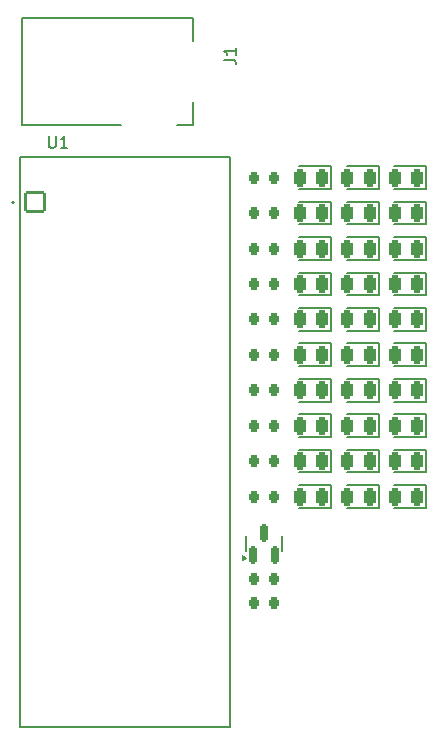
<source format=gbr>
%TF.GenerationSoftware,KiCad,Pcbnew,9.0.2*%
%TF.CreationDate,2025-06-26T16:26:35-07:00*%
%TF.ProjectId,basic-test,62617369-632d-4746-9573-742e6b696361,rev?*%
%TF.SameCoordinates,Original*%
%TF.FileFunction,Legend,Top*%
%TF.FilePolarity,Positive*%
%FSLAX46Y46*%
G04 Gerber Fmt 4.6, Leading zero omitted, Abs format (unit mm)*
G04 Created by KiCad (PCBNEW 9.0.2) date 2025-06-26 16:26:35*
%MOMM*%
%LPD*%
G01*
G04 APERTURE LIST*
G04 Aperture macros list*
%AMRoundRect*
0 Rectangle with rounded corners*
0 $1 Rounding radius*
0 $2 $3 $4 $5 $6 $7 $8 $9 X,Y pos of 4 corners*
0 Add a 4 corners polygon primitive as box body*
4,1,4,$2,$3,$4,$5,$6,$7,$8,$9,$2,$3,0*
0 Add four circle primitives for the rounded corners*
1,1,$1+$1,$2,$3*
1,1,$1+$1,$4,$5*
1,1,$1+$1,$6,$7*
1,1,$1+$1,$8,$9*
0 Add four rect primitives between the rounded corners*
20,1,$1+$1,$2,$3,$4,$5,0*
20,1,$1+$1,$4,$5,$6,$7,0*
20,1,$1+$1,$6,$7,$8,$9,0*
20,1,$1+$1,$8,$9,$2,$3,0*%
G04 Aperture macros list end*
%ADD10C,0.150000*%
%ADD11C,0.120000*%
%ADD12C,0.127000*%
%ADD13C,0.200000*%
%ADD14RoundRect,0.261500X0.261500X0.476500X-0.261500X0.476500X-0.261500X-0.476500X0.261500X-0.476500X0*%
%ADD15RoundRect,0.219000X-0.219000X-0.294000X0.219000X-0.294000X0.219000X0.294000X-0.219000X0.294000X0*%
%ADD16RoundRect,0.150000X0.150000X-0.590000X0.150000X0.590000X-0.150000X0.590000X-0.150000X-0.590000X0*%
%ADD17C,1.200000*%
%ADD18RoundRect,0.102000X-0.787400X-0.787400X0.787400X-0.787400X0.787400X0.787400X-0.787400X0.787400X0*%
%ADD19C,1.778800*%
%ADD20O,2.484000X4.764000*%
%ADD21O,4.254000X2.229000*%
%ADD22O,2.229000X4.254000*%
G04 APERTURE END LIST*
D10*
X113773095Y-76474819D02*
X113773095Y-77284342D01*
X113773095Y-77284342D02*
X113820714Y-77379580D01*
X113820714Y-77379580D02*
X113868333Y-77427200D01*
X113868333Y-77427200D02*
X113963571Y-77474819D01*
X113963571Y-77474819D02*
X114154047Y-77474819D01*
X114154047Y-77474819D02*
X114249285Y-77427200D01*
X114249285Y-77427200D02*
X114296904Y-77379580D01*
X114296904Y-77379580D02*
X114344523Y-77284342D01*
X114344523Y-77284342D02*
X114344523Y-76474819D01*
X115344523Y-77474819D02*
X114773095Y-77474819D01*
X115058809Y-77474819D02*
X115058809Y-76474819D01*
X115058809Y-76474819D02*
X114963571Y-76617676D01*
X114963571Y-76617676D02*
X114868333Y-76712914D01*
X114868333Y-76712914D02*
X114773095Y-76760533D01*
X128589819Y-70008333D02*
X129304104Y-70008333D01*
X129304104Y-70008333D02*
X129446961Y-70055952D01*
X129446961Y-70055952D02*
X129542200Y-70151190D01*
X129542200Y-70151190D02*
X129589819Y-70294047D01*
X129589819Y-70294047D02*
X129589819Y-70389285D01*
X129589819Y-69008333D02*
X129589819Y-69579761D01*
X129589819Y-69294047D02*
X128589819Y-69294047D01*
X128589819Y-69294047D02*
X128732676Y-69389285D01*
X128732676Y-69389285D02*
X128827914Y-69484523D01*
X128827914Y-69484523D02*
X128875533Y-69579761D01*
%TO.C,D2*%
X139000000Y-80960000D02*
X141690000Y-80960000D01*
X141690000Y-79040000D02*
X139000000Y-79040000D01*
X141690000Y-80960000D02*
X141690000Y-79040000D01*
%TO.C,Q1*%
X130440000Y-111000000D02*
X130440000Y-111650000D01*
X130440000Y-111000000D02*
X130440000Y-110350000D01*
X133560000Y-111000000D02*
X133560000Y-111650000D01*
X133560000Y-111000000D02*
X133560000Y-110350000D01*
D11*
X130490000Y-112162500D02*
X130160000Y-112402500D01*
X130160000Y-111922500D01*
X130490000Y-112162500D01*
G36*
X130490000Y-112162500D02*
G01*
X130160000Y-112402500D01*
X130160000Y-111922500D01*
X130490000Y-112162500D01*
G37*
D10*
%TO.C,D30*%
X145690000Y-107960000D02*
X145690000Y-106040000D01*
X145690000Y-106040000D02*
X143000000Y-106040000D01*
X143000000Y-107960000D02*
X145690000Y-107960000D01*
%TO.C,D29*%
X141690000Y-107960000D02*
X141690000Y-106040000D01*
X141690000Y-106040000D02*
X139000000Y-106040000D01*
X139000000Y-107960000D02*
X141690000Y-107960000D01*
%TO.C,D28*%
X137690000Y-107960000D02*
X137690000Y-106040000D01*
X137690000Y-106040000D02*
X135000000Y-106040000D01*
X135000000Y-107960000D02*
X137690000Y-107960000D01*
%TO.C,D27*%
X145690000Y-104960000D02*
X145690000Y-103040000D01*
X145690000Y-103040000D02*
X143000000Y-103040000D01*
X143000000Y-104960000D02*
X145690000Y-104960000D01*
%TO.C,D26*%
X141690000Y-104960000D02*
X141690000Y-103040000D01*
X141690000Y-103040000D02*
X139000000Y-103040000D01*
X139000000Y-104960000D02*
X141690000Y-104960000D01*
%TO.C,D25*%
X137690000Y-104960000D02*
X137690000Y-103040000D01*
X137690000Y-103040000D02*
X135000000Y-103040000D01*
X135000000Y-104960000D02*
X137690000Y-104960000D01*
%TO.C,D24*%
X145690000Y-101960000D02*
X145690000Y-100040000D01*
X145690000Y-100040000D02*
X143000000Y-100040000D01*
X143000000Y-101960000D02*
X145690000Y-101960000D01*
%TO.C,D23*%
X141690000Y-101960000D02*
X141690000Y-100040000D01*
X141690000Y-100040000D02*
X139000000Y-100040000D01*
X139000000Y-101960000D02*
X141690000Y-101960000D01*
%TO.C,D22*%
X137690000Y-101960000D02*
X137690000Y-100040000D01*
X137690000Y-100040000D02*
X135000000Y-100040000D01*
X135000000Y-101960000D02*
X137690000Y-101960000D01*
%TO.C,D21*%
X145690000Y-98960000D02*
X145690000Y-97040000D01*
X145690000Y-97040000D02*
X143000000Y-97040000D01*
X143000000Y-98960000D02*
X145690000Y-98960000D01*
%TO.C,D20*%
X141690000Y-98960000D02*
X141690000Y-97040000D01*
X141690000Y-97040000D02*
X139000000Y-97040000D01*
X139000000Y-98960000D02*
X141690000Y-98960000D01*
%TO.C,D19*%
X137690000Y-98960000D02*
X137690000Y-97040000D01*
X137690000Y-97040000D02*
X135000000Y-97040000D01*
X135000000Y-98960000D02*
X137690000Y-98960000D01*
%TO.C,D18*%
X145690000Y-95960000D02*
X145690000Y-94040000D01*
X145690000Y-94040000D02*
X143000000Y-94040000D01*
X143000000Y-95960000D02*
X145690000Y-95960000D01*
%TO.C,D17*%
X141690000Y-95960000D02*
X141690000Y-94040000D01*
X141690000Y-94040000D02*
X139000000Y-94040000D01*
X139000000Y-95960000D02*
X141690000Y-95960000D01*
%TO.C,D16*%
X137690000Y-95960000D02*
X137690000Y-94040000D01*
X137690000Y-94040000D02*
X135000000Y-94040000D01*
X135000000Y-95960000D02*
X137690000Y-95960000D01*
%TO.C,D15*%
X145690000Y-92960000D02*
X145690000Y-91040000D01*
X145690000Y-91040000D02*
X143000000Y-91040000D01*
X143000000Y-92960000D02*
X145690000Y-92960000D01*
%TO.C,D14*%
X141690000Y-92960000D02*
X141690000Y-91040000D01*
X141690000Y-91040000D02*
X139000000Y-91040000D01*
X139000000Y-92960000D02*
X141690000Y-92960000D01*
%TO.C,D13*%
X137690000Y-92960000D02*
X137690000Y-91040000D01*
X137690000Y-91040000D02*
X135000000Y-91040000D01*
X135000000Y-92960000D02*
X137690000Y-92960000D01*
%TO.C,D12*%
X145690000Y-89960000D02*
X145690000Y-88040000D01*
X145690000Y-88040000D02*
X143000000Y-88040000D01*
X143000000Y-89960000D02*
X145690000Y-89960000D01*
%TO.C,D11*%
X141690000Y-89960000D02*
X141690000Y-88040000D01*
X141690000Y-88040000D02*
X139000000Y-88040000D01*
X139000000Y-89960000D02*
X141690000Y-89960000D01*
%TO.C,D10*%
X137690000Y-89960000D02*
X137690000Y-88040000D01*
X137690000Y-88040000D02*
X135000000Y-88040000D01*
X135000000Y-89960000D02*
X137690000Y-89960000D01*
%TO.C,D9*%
X145690000Y-86960000D02*
X145690000Y-85040000D01*
X145690000Y-85040000D02*
X143000000Y-85040000D01*
X143000000Y-86960000D02*
X145690000Y-86960000D01*
%TO.C,D8*%
X141690000Y-86960000D02*
X141690000Y-85040000D01*
X141690000Y-85040000D02*
X139000000Y-85040000D01*
X139000000Y-86960000D02*
X141690000Y-86960000D01*
%TO.C,D7*%
X137690000Y-86960000D02*
X137690000Y-85040000D01*
X137690000Y-85040000D02*
X135000000Y-85040000D01*
X135000000Y-86960000D02*
X137690000Y-86960000D01*
%TO.C,D6*%
X145690000Y-83960000D02*
X145690000Y-82040000D01*
X145690000Y-82040000D02*
X143000000Y-82040000D01*
X143000000Y-83960000D02*
X145690000Y-83960000D01*
%TO.C,D5*%
X141690000Y-83960000D02*
X141690000Y-82040000D01*
X141690000Y-82040000D02*
X139000000Y-82040000D01*
X139000000Y-83960000D02*
X141690000Y-83960000D01*
%TO.C,D4*%
X137690000Y-83960000D02*
X137690000Y-82040000D01*
X137690000Y-82040000D02*
X135000000Y-82040000D01*
X135000000Y-83960000D02*
X137690000Y-83960000D01*
%TO.C,D3*%
X145690000Y-80960000D02*
X145690000Y-79040000D01*
X145690000Y-79040000D02*
X143000000Y-79040000D01*
X143000000Y-80960000D02*
X145690000Y-80960000D01*
D12*
%TO.C,U1*%
X111360000Y-78290000D02*
X129140000Y-78290000D01*
X111360000Y-126550000D02*
X111360000Y-78290000D01*
X111360000Y-126550000D02*
X129140000Y-126550000D01*
X129140000Y-126550000D02*
X129140000Y-78290000D01*
D13*
X110825000Y-82100000D02*
G75*
G02*
X110625000Y-82100000I-100000J0D01*
G01*
X110625000Y-82100000D02*
G75*
G02*
X110825000Y-82100000I100000J0D01*
G01*
D12*
%TO.C,J1*%
X126010000Y-66500000D02*
X111510000Y-66500000D01*
X111510000Y-66500000D02*
X111510000Y-75500000D01*
X126010000Y-68400000D02*
X126010000Y-66500000D01*
X126010000Y-75500000D02*
X126010000Y-73600000D01*
X124595000Y-75500000D02*
X126010000Y-75500000D01*
X111510000Y-75500000D02*
X119905000Y-75500000D01*
D10*
%TO.C,D1*%
X137690000Y-80960000D02*
X137690000Y-79040000D01*
X137690000Y-79040000D02*
X135000000Y-79040000D01*
X135000000Y-80960000D02*
X137690000Y-80960000D01*
%TD*%
%LPC*%
D14*
%TO.C,D2*%
X139060000Y-80000000D03*
X140940000Y-80000000D03*
%TD*%
D15*
%TO.C,R12*%
X131180000Y-116000000D03*
X132820000Y-116000000D03*
%TD*%
%TO.C,R11*%
X132820000Y-114000000D03*
X131180000Y-114000000D03*
%TD*%
%TO.C,R10*%
X131180000Y-107000000D03*
X132820000Y-107000000D03*
%TD*%
%TO.C,R9*%
X131180000Y-104000000D03*
X132820000Y-104000000D03*
%TD*%
%TO.C,R8*%
X131180000Y-101000000D03*
X132820000Y-101000000D03*
%TD*%
%TO.C,R7*%
X131180000Y-98000000D03*
X132820000Y-98000000D03*
%TD*%
%TO.C,R6*%
X131180000Y-95000000D03*
X132820000Y-95000000D03*
%TD*%
%TO.C,R5*%
X131180000Y-92000000D03*
X132820000Y-92000000D03*
%TD*%
%TO.C,R4*%
X131180000Y-89000000D03*
X132820000Y-89000000D03*
%TD*%
%TO.C,R3*%
X131180000Y-86000000D03*
X132820000Y-86000000D03*
%TD*%
%TO.C,R2*%
X131180000Y-83000000D03*
X132820000Y-83000000D03*
%TD*%
%TO.C,R1*%
X131180000Y-80000000D03*
X132820000Y-80000000D03*
%TD*%
D16*
%TO.C,Q1*%
X131050000Y-111940000D03*
X132950000Y-111940000D03*
X132000000Y-110060000D03*
%TD*%
D14*
%TO.C,D30*%
X144940000Y-107000000D03*
X143060000Y-107000000D03*
%TD*%
%TO.C,D29*%
X140940000Y-107000000D03*
X139060000Y-107000000D03*
%TD*%
%TO.C,D28*%
X136940000Y-107000000D03*
X135060000Y-107000000D03*
%TD*%
%TO.C,D27*%
X144940000Y-104000000D03*
X143060000Y-104000000D03*
%TD*%
%TO.C,D26*%
X140940000Y-104000000D03*
X139060000Y-104000000D03*
%TD*%
%TO.C,D25*%
X136940000Y-104000000D03*
X135060000Y-104000000D03*
%TD*%
%TO.C,D24*%
X144940000Y-101000000D03*
X143060000Y-101000000D03*
%TD*%
%TO.C,D23*%
X140940000Y-101000000D03*
X139060000Y-101000000D03*
%TD*%
%TO.C,D22*%
X136940000Y-101000000D03*
X135060000Y-101000000D03*
%TD*%
%TO.C,D21*%
X144940000Y-98000000D03*
X143060000Y-98000000D03*
%TD*%
%TO.C,D20*%
X140940000Y-98000000D03*
X139060000Y-98000000D03*
%TD*%
%TO.C,D19*%
X136940000Y-98000000D03*
X135060000Y-98000000D03*
%TD*%
%TO.C,D18*%
X144940000Y-95000000D03*
X143060000Y-95000000D03*
%TD*%
%TO.C,D17*%
X140940000Y-95000000D03*
X139060000Y-95000000D03*
%TD*%
%TO.C,D16*%
X136940000Y-95000000D03*
X135060000Y-95000000D03*
%TD*%
%TO.C,D15*%
X144940000Y-92000000D03*
X143060000Y-92000000D03*
%TD*%
%TO.C,D14*%
X140940000Y-92000000D03*
X139060000Y-92000000D03*
%TD*%
%TO.C,D13*%
X136940000Y-92000000D03*
X135060000Y-92000000D03*
%TD*%
%TO.C,D12*%
X144940000Y-89000000D03*
X143060000Y-89000000D03*
%TD*%
%TO.C,D11*%
X140940000Y-89000000D03*
X139060000Y-89000000D03*
%TD*%
%TO.C,D10*%
X136940000Y-89000000D03*
X135060000Y-89000000D03*
%TD*%
%TO.C,D9*%
X144940000Y-86000000D03*
X143060000Y-86000000D03*
%TD*%
%TO.C,D8*%
X140940000Y-86000000D03*
X139060000Y-86000000D03*
%TD*%
%TO.C,D7*%
X136940000Y-86000000D03*
X135060000Y-86000000D03*
%TD*%
%TO.C,D6*%
X144940000Y-83000000D03*
X143060000Y-83000000D03*
%TD*%
%TO.C,D5*%
X140940000Y-83000000D03*
X139060000Y-83000000D03*
%TD*%
%TO.C,D4*%
X136940000Y-83000000D03*
X135060000Y-83000000D03*
%TD*%
%TO.C,D3*%
X144940000Y-80000000D03*
X143060000Y-80000000D03*
%TD*%
D17*
%TO.C,U1*%
X112630000Y-79560000D03*
X112630000Y-125280000D03*
X127870000Y-79560000D03*
X127870000Y-125280000D03*
D18*
X112630000Y-82100000D03*
D19*
X112630000Y-84640000D03*
X112630000Y-87180000D03*
X112630000Y-89720000D03*
X112630000Y-92260000D03*
X112630000Y-94800000D03*
X112630000Y-97340000D03*
X112630000Y-99880000D03*
X112630000Y-102420000D03*
X112630000Y-104960000D03*
X112630000Y-107500000D03*
X112630000Y-110040000D03*
X112630000Y-112580000D03*
X112630000Y-115120000D03*
X112630000Y-117660000D03*
X112630000Y-120200000D03*
X112630000Y-122740000D03*
X127870000Y-122740000D03*
X127870000Y-120200000D03*
X127870000Y-117660000D03*
X127870000Y-115120000D03*
X127870000Y-112580000D03*
X127870000Y-110040000D03*
X127870000Y-107500000D03*
X127870000Y-104960000D03*
X127870000Y-102420000D03*
X127870000Y-99880000D03*
X127870000Y-97340000D03*
X127870000Y-94800000D03*
X127870000Y-92260000D03*
X127870000Y-89720000D03*
X127870000Y-87180000D03*
X127870000Y-84640000D03*
X127870000Y-82100000D03*
%TD*%
D20*
%TO.C,J1*%
X125250000Y-71000000D03*
D21*
X122250000Y-75800000D03*
D22*
X119000000Y-71000000D03*
%TD*%
D14*
%TO.C,D1*%
X136940000Y-80000000D03*
X135060000Y-80000000D03*
%TD*%
%LPD*%
M02*

</source>
